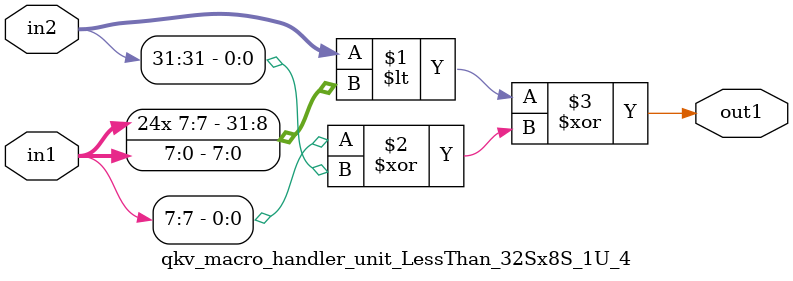
<source format=v>

`timescale 1ps / 1ps


module qkv_macro_handler_unit_LessThan_32Sx8S_1U_4( in2, in1, out1 );

    input [31:0] in2;
    input [7:0] in1;
    output out1;

    
    // rtl_process:qkv_macro_handler_unit_LessThan_32Sx8S_1U_4/qkv_macro_handler_unit_LessThan_32Sx8S_1U_4_thread_1
    assign out1 = (in2 < {{ 24 {in1[7]}}, in1} ^ (in1[7] ^ in2[31]));

endmodule


</source>
